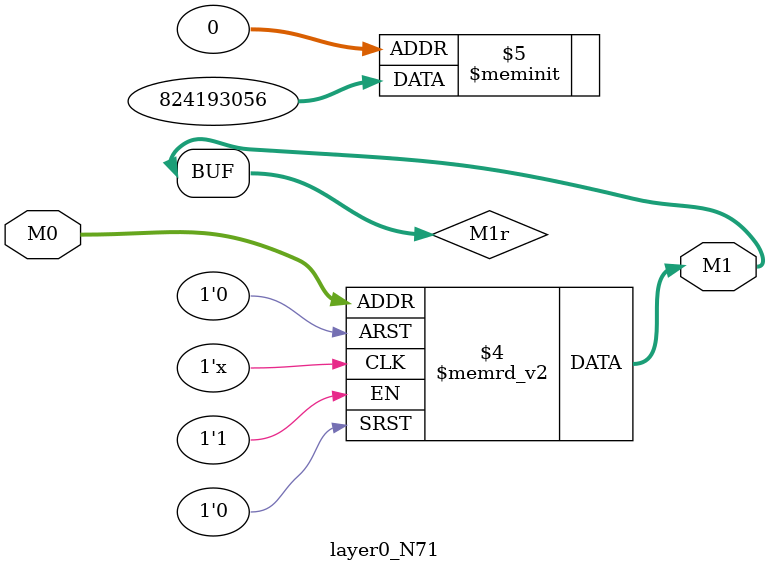
<source format=v>
module layer0_N71 ( input [3:0] M0, output [1:0] M1 );

	(*rom_style = "distributed" *) reg [1:0] M1r;
	assign M1 = M1r;
	always @ (M0) begin
		case (M0)
			4'b0000: M1r = 2'b00;
			4'b1000: M1r = 2'b00;
			4'b0100: M1r = 2'b00;
			4'b1100: M1r = 2'b01;
			4'b0010: M1r = 2'b10;
			4'b1010: M1r = 2'b10;
			4'b0110: M1r = 2'b11;
			4'b1110: M1r = 2'b11;
			4'b0001: M1r = 2'b00;
			4'b1001: M1r = 2'b00;
			4'b0101: M1r = 2'b00;
			4'b1101: M1r = 2'b00;
			4'b0011: M1r = 2'b00;
			4'b1011: M1r = 2'b00;
			4'b0111: M1r = 2'b00;
			4'b1111: M1r = 2'b00;

		endcase
	end
endmodule

</source>
